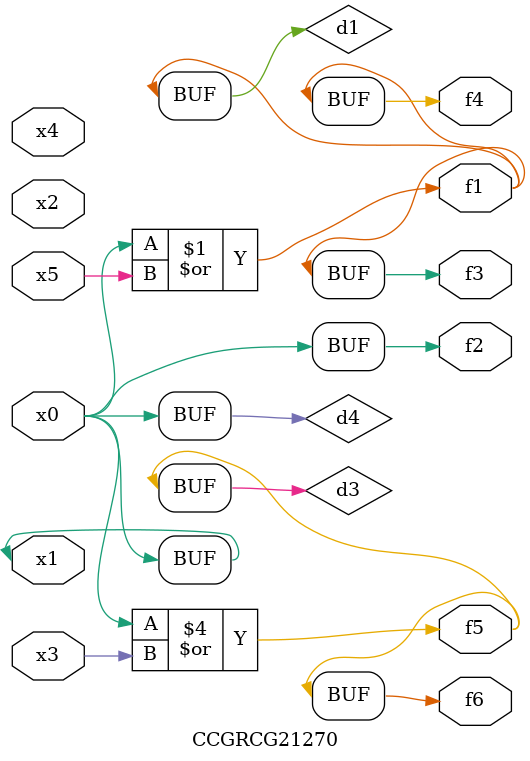
<source format=v>
module CCGRCG21270(
	input x0, x1, x2, x3, x4, x5,
	output f1, f2, f3, f4, f5, f6
);

	wire d1, d2, d3, d4;

	or (d1, x0, x5);
	xnor (d2, x1, x4);
	or (d3, x0, x3);
	buf (d4, x0, x1);
	assign f1 = d1;
	assign f2 = d4;
	assign f3 = d1;
	assign f4 = d1;
	assign f5 = d3;
	assign f6 = d3;
endmodule

</source>
